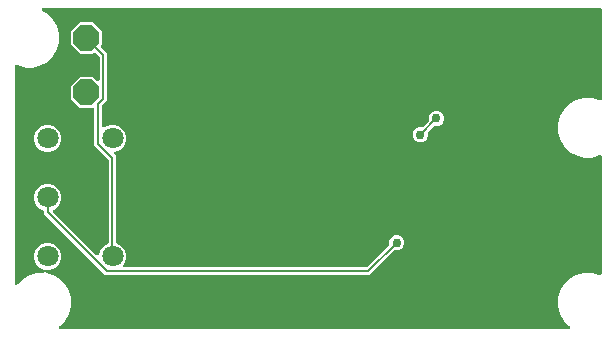
<source format=gbr>
G04 EAGLE Gerber RS-274X export*
G75*
%MOMM*%
%FSLAX34Y34*%
%LPD*%
%AMOC8*
5,1,8,0,0,1.08239X$1,22.5*%
G01*
%ADD10C,1.800000*%
%ADD11P,2.336880X8X22.500000*%
%ADD12C,0.152400*%
%ADD13C,0.756400*%

G36*
X479426Y518179D02*
X479426Y518179D01*
X479570Y518194D01*
X479583Y518199D01*
X479596Y518201D01*
X479732Y518254D01*
X479869Y518305D01*
X479880Y518313D01*
X479892Y518318D01*
X480010Y518403D01*
X480130Y518486D01*
X480139Y518497D01*
X480149Y518504D01*
X480242Y518617D01*
X480338Y518727D01*
X480344Y518739D01*
X480352Y518749D01*
X480414Y518881D01*
X480479Y519012D01*
X480482Y519025D01*
X480488Y519037D01*
X480515Y519180D01*
X480546Y519323D01*
X480545Y519336D01*
X480548Y519349D01*
X480538Y519495D01*
X480532Y519641D01*
X480529Y519654D01*
X480528Y519667D01*
X480483Y519805D01*
X480441Y519945D01*
X480434Y519957D01*
X480430Y519969D01*
X480352Y520093D01*
X480276Y520217D01*
X480267Y520227D01*
X480260Y520238D01*
X480153Y520338D01*
X480049Y520440D01*
X480034Y520450D01*
X480028Y520456D01*
X480013Y520464D01*
X479915Y520529D01*
X479851Y520566D01*
X475166Y525251D01*
X471854Y530988D01*
X470139Y537388D01*
X470139Y544012D01*
X471854Y550412D01*
X475166Y556149D01*
X479851Y560834D01*
X485588Y564146D01*
X491988Y565861D01*
X498612Y565861D01*
X505012Y564146D01*
X505335Y563959D01*
X505457Y563908D01*
X505577Y563851D01*
X505604Y563846D01*
X505628Y563836D01*
X505760Y563817D01*
X505890Y563792D01*
X505916Y563793D01*
X505943Y563789D01*
X506075Y563803D01*
X506207Y563811D01*
X506233Y563820D01*
X506259Y563823D01*
X506384Y563869D01*
X506509Y563909D01*
X506532Y563924D01*
X506558Y563933D01*
X506666Y564009D01*
X506778Y564080D01*
X506797Y564099D01*
X506819Y564115D01*
X506905Y564215D01*
X506996Y564311D01*
X507009Y564335D01*
X507027Y564355D01*
X507086Y564474D01*
X507150Y564590D01*
X507156Y564616D01*
X507168Y564640D01*
X507196Y564769D01*
X507229Y564898D01*
X507231Y564936D01*
X507235Y564951D01*
X507234Y564973D01*
X507239Y565058D01*
X507239Y664142D01*
X507223Y664273D01*
X507222Y664283D01*
X507217Y664361D01*
X507215Y664368D01*
X507212Y664405D01*
X507203Y664430D01*
X507199Y664457D01*
X507151Y664580D01*
X507107Y664705D01*
X507092Y664728D01*
X507082Y664753D01*
X507005Y664860D01*
X506931Y664970D01*
X506911Y664988D01*
X506896Y665010D01*
X506793Y665095D01*
X506695Y665183D01*
X506671Y665196D01*
X506651Y665213D01*
X506531Y665269D01*
X506414Y665331D01*
X506387Y665337D01*
X506363Y665349D01*
X506233Y665373D01*
X506104Y665404D01*
X506077Y665403D01*
X506051Y665408D01*
X505919Y665400D01*
X505786Y665397D01*
X505760Y665390D01*
X505733Y665389D01*
X505627Y665354D01*
X505625Y665354D01*
X505619Y665352D01*
X505607Y665348D01*
X505480Y665312D01*
X505445Y665295D01*
X505431Y665291D01*
X505412Y665279D01*
X505335Y665241D01*
X505012Y665054D01*
X498612Y663339D01*
X491988Y663339D01*
X485588Y665054D01*
X479851Y668366D01*
X475166Y673051D01*
X471854Y678788D01*
X470139Y685188D01*
X470139Y691812D01*
X471854Y698212D01*
X475166Y703949D01*
X479851Y708634D01*
X485588Y711946D01*
X491988Y713661D01*
X498612Y713661D01*
X505012Y711946D01*
X505335Y711759D01*
X505457Y711708D01*
X505577Y711651D01*
X505604Y711646D01*
X505628Y711636D01*
X505760Y711617D01*
X505890Y711592D01*
X505916Y711593D01*
X505943Y711589D01*
X506075Y711603D01*
X506207Y711611D01*
X506233Y711620D01*
X506259Y711623D01*
X506384Y711669D01*
X506509Y711709D01*
X506532Y711724D01*
X506558Y711733D01*
X506666Y711809D01*
X506778Y711880D01*
X506797Y711899D01*
X506819Y711915D01*
X506905Y712015D01*
X506996Y712111D01*
X507009Y712135D01*
X507027Y712155D01*
X507086Y712274D01*
X507150Y712390D01*
X507156Y712416D01*
X507168Y712440D01*
X507196Y712569D01*
X507229Y712698D01*
X507231Y712736D01*
X507235Y712751D01*
X507234Y712773D01*
X507239Y712858D01*
X507239Y788570D01*
X507224Y788688D01*
X507217Y788807D01*
X507204Y788845D01*
X507199Y788886D01*
X507156Y788996D01*
X507119Y789109D01*
X507097Y789144D01*
X507082Y789181D01*
X507013Y789277D01*
X506949Y789378D01*
X506919Y789406D01*
X506896Y789439D01*
X506804Y789515D01*
X506717Y789596D01*
X506682Y789616D01*
X506651Y789641D01*
X506543Y789692D01*
X506439Y789750D01*
X506399Y789760D01*
X506363Y789777D01*
X506246Y789799D01*
X506131Y789829D01*
X506071Y789833D01*
X506051Y789837D01*
X506030Y789835D01*
X505970Y789839D01*
X34216Y789839D01*
X34072Y789821D01*
X33926Y789806D01*
X33914Y789801D01*
X33900Y789799D01*
X33765Y789746D01*
X33628Y789695D01*
X33617Y789687D01*
X33605Y789682D01*
X33487Y789597D01*
X33367Y789514D01*
X33358Y789503D01*
X33347Y789496D01*
X33255Y789384D01*
X33159Y789273D01*
X33153Y789261D01*
X33144Y789251D01*
X33083Y789119D01*
X33018Y788988D01*
X33015Y788975D01*
X33009Y788963D01*
X32982Y788821D01*
X32951Y788677D01*
X32952Y788664D01*
X32949Y788651D01*
X32958Y788506D01*
X32964Y788360D01*
X32968Y788346D01*
X32969Y788333D01*
X33014Y788195D01*
X33056Y788055D01*
X33063Y788043D01*
X33067Y788031D01*
X33145Y787908D01*
X33220Y787783D01*
X33230Y787773D01*
X33237Y787762D01*
X33343Y787662D01*
X33447Y787560D01*
X33463Y787550D01*
X33469Y787544D01*
X33484Y787536D01*
X33581Y787471D01*
X38149Y784834D01*
X42834Y780149D01*
X46146Y774412D01*
X47861Y768012D01*
X47861Y761388D01*
X46146Y754988D01*
X42834Y749251D01*
X38149Y744566D01*
X32412Y741254D01*
X26012Y739539D01*
X19388Y739539D01*
X12988Y741254D01*
X12065Y741787D01*
X11943Y741839D01*
X11823Y741895D01*
X11796Y741900D01*
X11771Y741910D01*
X11640Y741930D01*
X11510Y741955D01*
X11484Y741953D01*
X11457Y741957D01*
X11325Y741943D01*
X11193Y741935D01*
X11167Y741927D01*
X11141Y741924D01*
X11017Y741878D01*
X10891Y741837D01*
X10868Y741822D01*
X10842Y741813D01*
X10734Y741738D01*
X10622Y741667D01*
X10603Y741647D01*
X10581Y741632D01*
X10495Y741532D01*
X10404Y741435D01*
X10391Y741412D01*
X10373Y741391D01*
X10314Y741273D01*
X10250Y741157D01*
X10244Y741131D01*
X10232Y741106D01*
X10204Y740977D01*
X10171Y740849D01*
X10169Y740811D01*
X10165Y740795D01*
X10166Y740773D01*
X10161Y740688D01*
X10161Y556719D01*
X10179Y556574D01*
X10194Y556430D01*
X10199Y556417D01*
X10201Y556404D01*
X10254Y556268D01*
X10305Y556131D01*
X10313Y556120D01*
X10318Y556108D01*
X10403Y555990D01*
X10486Y555870D01*
X10497Y555861D01*
X10504Y555851D01*
X10617Y555758D01*
X10727Y555662D01*
X10739Y555656D01*
X10749Y555648D01*
X10881Y555586D01*
X11012Y555521D01*
X11025Y555518D01*
X11037Y555512D01*
X11180Y555485D01*
X11323Y555454D01*
X11336Y555455D01*
X11349Y555452D01*
X11495Y555462D01*
X11641Y555468D01*
X11654Y555471D01*
X11667Y555472D01*
X11805Y555517D01*
X11945Y555559D01*
X11957Y555566D01*
X11969Y555570D01*
X12093Y555648D01*
X12217Y555724D01*
X12227Y555733D01*
X12238Y555740D01*
X12338Y555847D01*
X12440Y555951D01*
X12450Y555966D01*
X12456Y555972D01*
X12464Y555987D01*
X12529Y556085D01*
X12566Y556149D01*
X17251Y560834D01*
X22988Y564146D01*
X29388Y565861D01*
X34731Y565861D01*
X34800Y565869D01*
X34870Y565868D01*
X34958Y565889D01*
X35047Y565901D01*
X35112Y565926D01*
X35180Y565943D01*
X35259Y565985D01*
X35342Y566018D01*
X35399Y566059D01*
X35461Y566091D01*
X35527Y566152D01*
X35600Y566204D01*
X35644Y566258D01*
X35696Y566305D01*
X35745Y566380D01*
X35803Y566449D01*
X35832Y566513D01*
X35871Y566571D01*
X35900Y566656D01*
X35938Y566737D01*
X35951Y566806D01*
X35974Y566872D01*
X35981Y566961D01*
X35998Y567049D01*
X35994Y567119D01*
X35999Y567189D01*
X35984Y567277D01*
X35978Y567367D01*
X35957Y567433D01*
X35945Y567502D01*
X35908Y567584D01*
X35880Y567669D01*
X35843Y567728D01*
X35814Y567792D01*
X35758Y567862D01*
X35710Y567938D01*
X35659Y567986D01*
X35616Y568040D01*
X35544Y568095D01*
X35478Y568156D01*
X35417Y568190D01*
X35361Y568232D01*
X35217Y568303D01*
X31563Y569816D01*
X28316Y573063D01*
X26559Y577304D01*
X26559Y581896D01*
X28316Y586137D01*
X31563Y589384D01*
X35804Y591141D01*
X40396Y591141D01*
X44637Y589384D01*
X47884Y586137D01*
X49641Y581896D01*
X49641Y577304D01*
X47884Y573063D01*
X44637Y569816D01*
X40396Y568059D01*
X37448Y568059D01*
X37298Y568040D01*
X37146Y568023D01*
X37139Y568020D01*
X37133Y568019D01*
X36992Y567964D01*
X36849Y567909D01*
X36843Y567905D01*
X36837Y567902D01*
X36715Y567813D01*
X36589Y567725D01*
X36585Y567719D01*
X36580Y567716D01*
X36483Y567599D01*
X36384Y567482D01*
X36381Y567476D01*
X36377Y567471D01*
X36312Y567333D01*
X36246Y567196D01*
X36244Y567189D01*
X36241Y567183D01*
X36213Y567034D01*
X36182Y566884D01*
X36183Y566877D01*
X36182Y566871D01*
X36191Y566719D01*
X36199Y566566D01*
X36201Y566560D01*
X36201Y566553D01*
X36248Y566409D01*
X36294Y566263D01*
X36297Y566257D01*
X36299Y566251D01*
X36381Y566122D01*
X36461Y565992D01*
X36466Y565988D01*
X36469Y565982D01*
X36581Y565877D01*
X36690Y565772D01*
X36696Y565769D01*
X36701Y565764D01*
X36834Y565691D01*
X36967Y565615D01*
X36976Y565613D01*
X36980Y565610D01*
X36990Y565608D01*
X37120Y565564D01*
X42412Y564146D01*
X48149Y560834D01*
X52834Y556149D01*
X56146Y550412D01*
X57861Y544012D01*
X57861Y537388D01*
X56146Y530988D01*
X52834Y525251D01*
X48149Y520566D01*
X48085Y520529D01*
X47968Y520441D01*
X47851Y520356D01*
X47842Y520345D01*
X47831Y520337D01*
X47741Y520223D01*
X47648Y520111D01*
X47642Y520098D01*
X47634Y520088D01*
X47574Y519954D01*
X47512Y519823D01*
X47510Y519810D01*
X47504Y519797D01*
X47480Y519653D01*
X47452Y519510D01*
X47453Y519497D01*
X47451Y519484D01*
X47463Y519339D01*
X47472Y519193D01*
X47476Y519180D01*
X47477Y519167D01*
X47525Y519029D01*
X47570Y518891D01*
X47577Y518879D01*
X47582Y518867D01*
X47662Y518745D01*
X47740Y518622D01*
X47750Y518613D01*
X47758Y518601D01*
X47866Y518504D01*
X47972Y518404D01*
X47984Y518397D01*
X47994Y518388D01*
X48123Y518321D01*
X48251Y518250D01*
X48263Y518247D01*
X48275Y518241D01*
X48417Y518207D01*
X48558Y518171D01*
X48577Y518170D01*
X48585Y518168D01*
X48602Y518168D01*
X48719Y518161D01*
X479281Y518161D01*
X479426Y518179D01*
G37*
%LPC*%
G36*
X87024Y563625D02*
X87024Y563625D01*
X34797Y615852D01*
X34797Y617628D01*
X34794Y617658D01*
X34796Y617687D01*
X34774Y617815D01*
X34757Y617944D01*
X34747Y617971D01*
X34742Y618000D01*
X34688Y618119D01*
X34640Y618240D01*
X34623Y618263D01*
X34611Y618290D01*
X34530Y618392D01*
X34454Y618497D01*
X34431Y618516D01*
X34412Y618539D01*
X34309Y618617D01*
X34209Y618700D01*
X34182Y618712D01*
X34158Y618730D01*
X34014Y618801D01*
X31563Y619816D01*
X28316Y623063D01*
X26559Y627304D01*
X26559Y631896D01*
X28316Y636137D01*
X31563Y639384D01*
X35804Y641141D01*
X40396Y641141D01*
X44637Y639384D01*
X47884Y636137D01*
X49641Y631896D01*
X49641Y627304D01*
X47884Y623063D01*
X44637Y619816D01*
X43237Y619236D01*
X43194Y619211D01*
X43147Y619195D01*
X43056Y619133D01*
X42960Y619079D01*
X42925Y619044D01*
X42884Y619016D01*
X42811Y618934D01*
X42732Y618857D01*
X42706Y618815D01*
X42673Y618778D01*
X42623Y618680D01*
X42566Y618586D01*
X42551Y618539D01*
X42528Y618494D01*
X42504Y618387D01*
X42472Y618282D01*
X42470Y618233D01*
X42459Y618184D01*
X42462Y618074D01*
X42457Y617965D01*
X42467Y617916D01*
X42468Y617866D01*
X42499Y617761D01*
X42521Y617653D01*
X42543Y617608D01*
X42557Y617561D01*
X42613Y617466D01*
X42661Y617367D01*
X42693Y617330D01*
X42718Y617287D01*
X42825Y617166D01*
X79393Y580598D01*
X79502Y580513D01*
X79609Y580424D01*
X79628Y580416D01*
X79644Y580403D01*
X79772Y580348D01*
X79897Y580289D01*
X79917Y580285D01*
X79936Y580277D01*
X80074Y580255D01*
X80210Y580229D01*
X80230Y580230D01*
X80250Y580227D01*
X80389Y580240D01*
X80527Y580249D01*
X80546Y580255D01*
X80566Y580257D01*
X80698Y580304D01*
X80829Y580347D01*
X80847Y580358D01*
X80866Y580365D01*
X80981Y580443D01*
X81098Y580517D01*
X81112Y580532D01*
X81129Y580543D01*
X81221Y580647D01*
X81316Y580749D01*
X81326Y580766D01*
X81339Y580782D01*
X81402Y580905D01*
X81470Y581027D01*
X81475Y581047D01*
X81484Y581065D01*
X81514Y581201D01*
X81549Y581335D01*
X81551Y581363D01*
X81554Y581375D01*
X81553Y581396D01*
X81559Y581496D01*
X81559Y581896D01*
X83316Y586137D01*
X86563Y589384D01*
X88878Y590343D01*
X88903Y590357D01*
X88931Y590366D01*
X89041Y590436D01*
X89154Y590500D01*
X89175Y590521D01*
X89200Y590537D01*
X89289Y590631D01*
X89382Y590721D01*
X89398Y590747D01*
X89418Y590768D01*
X89481Y590882D01*
X89549Y590993D01*
X89557Y591021D01*
X89572Y591047D01*
X89604Y591172D01*
X89642Y591297D01*
X89644Y591326D01*
X89651Y591355D01*
X89661Y591515D01*
X89661Y661046D01*
X89649Y661144D01*
X89646Y661243D01*
X89629Y661302D01*
X89621Y661362D01*
X89585Y661454D01*
X89557Y661549D01*
X89527Y661601D01*
X89504Y661657D01*
X89446Y661737D01*
X89396Y661823D01*
X89330Y661898D01*
X89318Y661915D01*
X89308Y661923D01*
X89290Y661944D01*
X77469Y673764D01*
X77469Y703895D01*
X77454Y704013D01*
X77447Y704132D01*
X77434Y704170D01*
X77429Y704211D01*
X77386Y704321D01*
X77349Y704434D01*
X77327Y704469D01*
X77312Y704506D01*
X77243Y704602D01*
X77179Y704703D01*
X77149Y704731D01*
X77126Y704764D01*
X77034Y704840D01*
X76947Y704921D01*
X76912Y704941D01*
X76881Y704966D01*
X76773Y705017D01*
X76669Y705075D01*
X76629Y705085D01*
X76593Y705102D01*
X76476Y705124D01*
X76361Y705154D01*
X76301Y705158D01*
X76281Y705162D01*
X76260Y705160D01*
X76200Y705164D01*
X65276Y705164D01*
X57464Y712976D01*
X57464Y724024D01*
X65276Y731836D01*
X76324Y731836D01*
X79875Y728285D01*
X79984Y728200D01*
X80091Y728111D01*
X80110Y728103D01*
X80126Y728090D01*
X80254Y728035D01*
X80379Y727976D01*
X80399Y727972D01*
X80418Y727964D01*
X80556Y727942D01*
X80692Y727916D01*
X80712Y727917D01*
X80732Y727914D01*
X80871Y727927D01*
X81009Y727936D01*
X81028Y727942D01*
X81048Y727944D01*
X81180Y727991D01*
X81311Y728034D01*
X81329Y728044D01*
X81348Y728051D01*
X81463Y728129D01*
X81580Y728204D01*
X81594Y728219D01*
X81611Y728230D01*
X81703Y728334D01*
X81798Y728435D01*
X81808Y728453D01*
X81821Y728468D01*
X81885Y728592D01*
X81952Y728714D01*
X81957Y728733D01*
X81966Y728752D01*
X81996Y728887D01*
X82031Y729022D01*
X82033Y729050D01*
X82036Y729062D01*
X82035Y729082D01*
X82041Y729183D01*
X82041Y747914D01*
X82029Y748012D01*
X82026Y748111D01*
X82009Y748170D01*
X82001Y748230D01*
X81965Y748322D01*
X81937Y748417D01*
X81907Y748469D01*
X81884Y748525D01*
X81826Y748605D01*
X81776Y748691D01*
X81710Y748766D01*
X81698Y748783D01*
X81688Y748791D01*
X81670Y748812D01*
X78618Y751863D01*
X78524Y751936D01*
X78435Y752015D01*
X78399Y752033D01*
X78367Y752058D01*
X78257Y752106D01*
X78151Y752160D01*
X78112Y752169D01*
X78075Y752185D01*
X77957Y752203D01*
X77841Y752229D01*
X77801Y752228D01*
X77761Y752234D01*
X77642Y752223D01*
X77523Y752220D01*
X77484Y752208D01*
X77444Y752205D01*
X77332Y752164D01*
X77218Y752131D01*
X77183Y752111D01*
X77145Y752097D01*
X77046Y752030D01*
X76944Y751970D01*
X76899Y751930D01*
X76882Y751918D01*
X76868Y751903D01*
X76823Y751863D01*
X76324Y751364D01*
X65276Y751364D01*
X57464Y759176D01*
X57464Y770224D01*
X65276Y778036D01*
X76324Y778036D01*
X84136Y770224D01*
X84136Y759176D01*
X83289Y758329D01*
X83216Y758235D01*
X83137Y758146D01*
X83118Y758110D01*
X83094Y758078D01*
X83046Y757968D01*
X82992Y757863D01*
X82983Y757823D01*
X82967Y757786D01*
X82949Y757668D01*
X82923Y757552D01*
X82924Y757512D01*
X82918Y757472D01*
X82929Y757353D01*
X82932Y757234D01*
X82944Y757196D01*
X82947Y757155D01*
X82988Y757043D01*
X83021Y756929D01*
X83041Y756894D01*
X83055Y756856D01*
X83122Y756757D01*
X83182Y756655D01*
X83222Y756610D01*
X83234Y756593D01*
X83249Y756579D01*
X83289Y756534D01*
X88647Y751176D01*
X88647Y711864D01*
X84446Y707664D01*
X84386Y707585D01*
X84318Y707513D01*
X84289Y707460D01*
X84252Y707412D01*
X84212Y707321D01*
X84164Y707235D01*
X84149Y707176D01*
X84125Y707121D01*
X84110Y707023D01*
X84085Y706927D01*
X84079Y706827D01*
X84075Y706806D01*
X84077Y706794D01*
X84075Y706766D01*
X84075Y689960D01*
X84092Y689822D01*
X84105Y689684D01*
X84112Y689665D01*
X84115Y689644D01*
X84166Y689515D01*
X84213Y689384D01*
X84224Y689368D01*
X84232Y689349D01*
X84313Y689236D01*
X84391Y689121D01*
X84407Y689108D01*
X84418Y689091D01*
X84526Y689002D01*
X84630Y688911D01*
X84648Y688902D01*
X84663Y688889D01*
X84789Y688829D01*
X84913Y688766D01*
X84933Y688762D01*
X84951Y688753D01*
X85087Y688727D01*
X85223Y688697D01*
X85244Y688697D01*
X85263Y688693D01*
X85402Y688702D01*
X85541Y688706D01*
X85561Y688712D01*
X85581Y688713D01*
X85713Y688756D01*
X85847Y688795D01*
X85864Y688805D01*
X85883Y688811D01*
X86001Y688885D01*
X86121Y688956D01*
X86142Y688975D01*
X86152Y688981D01*
X86166Y688996D01*
X86242Y689063D01*
X86563Y689384D01*
X90804Y691141D01*
X95396Y691141D01*
X99637Y689384D01*
X102884Y686137D01*
X104641Y681896D01*
X104641Y677304D01*
X102884Y673063D01*
X99637Y669816D01*
X95328Y668031D01*
X95303Y668029D01*
X95284Y668022D01*
X95264Y668019D01*
X95135Y667968D01*
X95004Y667921D01*
X94987Y667910D01*
X94969Y667902D01*
X94856Y667821D01*
X94741Y667743D01*
X94728Y667727D01*
X94711Y667716D01*
X94622Y667608D01*
X94530Y667504D01*
X94521Y667486D01*
X94508Y667471D01*
X94449Y667345D01*
X94386Y667221D01*
X94381Y667201D01*
X94373Y667183D01*
X94347Y667046D01*
X94316Y666911D01*
X94317Y666890D01*
X94313Y666871D01*
X94322Y666732D01*
X94326Y666593D01*
X94332Y666573D01*
X94333Y666553D01*
X94376Y666421D01*
X94414Y666287D01*
X94425Y666270D01*
X94431Y666251D01*
X94505Y666133D01*
X94576Y666013D01*
X94594Y665992D01*
X94601Y665982D01*
X94616Y665968D01*
X94682Y665893D01*
X96267Y664308D01*
X96267Y591628D01*
X96270Y591599D01*
X96268Y591569D01*
X96290Y591441D01*
X96307Y591312D01*
X96317Y591285D01*
X96322Y591256D01*
X96376Y591137D01*
X96424Y591017D01*
X96441Y590993D01*
X96453Y590966D01*
X96534Y590865D01*
X96610Y590759D01*
X96633Y590741D01*
X96652Y590718D01*
X96755Y590639D01*
X96855Y590557D01*
X96882Y590544D01*
X96906Y590526D01*
X97050Y590455D01*
X99637Y589384D01*
X102884Y586137D01*
X104641Y581896D01*
X104641Y577304D01*
X102884Y573063D01*
X102219Y572397D01*
X102134Y572288D01*
X102045Y572181D01*
X102036Y572162D01*
X102024Y572146D01*
X101968Y572018D01*
X101909Y571893D01*
X101905Y571873D01*
X101897Y571854D01*
X101875Y571716D01*
X101849Y571580D01*
X101851Y571560D01*
X101847Y571540D01*
X101860Y571401D01*
X101869Y571263D01*
X101875Y571244D01*
X101877Y571224D01*
X101924Y571093D01*
X101967Y570961D01*
X101978Y570943D01*
X101985Y570924D01*
X102063Y570810D01*
X102137Y570692D01*
X102152Y570678D01*
X102163Y570661D01*
X102267Y570569D01*
X102369Y570474D01*
X102387Y570464D01*
X102402Y570451D01*
X102526Y570388D01*
X102647Y570320D01*
X102667Y570315D01*
X102685Y570306D01*
X102821Y570276D01*
X102955Y570241D01*
X102983Y570239D01*
X102995Y570236D01*
X103016Y570237D01*
X103116Y570231D01*
X307478Y570231D01*
X307576Y570243D01*
X307675Y570246D01*
X307734Y570263D01*
X307794Y570271D01*
X307886Y570307D01*
X307981Y570335D01*
X308033Y570365D01*
X308089Y570388D01*
X308169Y570446D01*
X308255Y570496D01*
X308330Y570562D01*
X308347Y570574D01*
X308355Y570584D01*
X308376Y570602D01*
X327062Y589288D01*
X327122Y589367D01*
X327190Y589439D01*
X327219Y589492D01*
X327256Y589540D01*
X327296Y589631D01*
X327344Y589717D01*
X327359Y589776D01*
X327383Y589831D01*
X327398Y589929D01*
X327423Y590025D01*
X327429Y590125D01*
X327433Y590146D01*
X327431Y590158D01*
X327433Y590186D01*
X327433Y592570D01*
X328396Y594894D01*
X330174Y596672D01*
X332498Y597635D01*
X335014Y597635D01*
X337338Y596672D01*
X339116Y594894D01*
X340079Y592570D01*
X340079Y590054D01*
X339116Y587730D01*
X337338Y585952D01*
X335014Y584989D01*
X332630Y584989D01*
X332532Y584977D01*
X332433Y584974D01*
X332374Y584957D01*
X332314Y584949D01*
X332222Y584913D01*
X332127Y584885D01*
X332075Y584855D01*
X332019Y584832D01*
X331939Y584774D01*
X331853Y584724D01*
X331778Y584658D01*
X331761Y584646D01*
X331753Y584636D01*
X331732Y584618D01*
X310740Y563625D01*
X87024Y563625D01*
G37*
%LPD*%
%LPC*%
G36*
X35804Y668059D02*
X35804Y668059D01*
X31563Y669816D01*
X28316Y673063D01*
X26559Y677304D01*
X26559Y681896D01*
X28316Y686137D01*
X31563Y689384D01*
X35804Y691141D01*
X40396Y691141D01*
X44637Y689384D01*
X47884Y686137D01*
X49641Y681896D01*
X49641Y677304D01*
X47884Y673063D01*
X44637Y669816D01*
X40396Y668059D01*
X35804Y668059D01*
G37*
%LPD*%
%LPC*%
G36*
X352310Y676429D02*
X352310Y676429D01*
X349986Y677392D01*
X348208Y679170D01*
X347245Y681494D01*
X347245Y684010D01*
X348208Y686334D01*
X349986Y688112D01*
X352310Y689075D01*
X354694Y689075D01*
X354792Y689087D01*
X354891Y689090D01*
X354950Y689107D01*
X355010Y689115D01*
X355102Y689151D01*
X355197Y689179D01*
X355249Y689209D01*
X355305Y689232D01*
X355385Y689290D01*
X355471Y689340D01*
X355546Y689406D01*
X355563Y689418D01*
X355571Y689428D01*
X355592Y689446D01*
X360590Y694444D01*
X360650Y694523D01*
X360718Y694595D01*
X360747Y694648D01*
X360784Y694696D01*
X360824Y694787D01*
X360872Y694873D01*
X360887Y694932D01*
X360911Y694987D01*
X360926Y695085D01*
X360951Y695181D01*
X360957Y695281D01*
X360961Y695302D01*
X360959Y695314D01*
X360961Y695342D01*
X360961Y697726D01*
X361924Y700050D01*
X363702Y701828D01*
X366026Y702791D01*
X368542Y702791D01*
X370866Y701828D01*
X372644Y700050D01*
X373607Y697726D01*
X373607Y695210D01*
X372644Y692886D01*
X370866Y691108D01*
X368542Y690145D01*
X366158Y690145D01*
X366060Y690133D01*
X365961Y690130D01*
X365902Y690113D01*
X365842Y690105D01*
X365750Y690069D01*
X365655Y690041D01*
X365603Y690011D01*
X365547Y689988D01*
X365467Y689930D01*
X365381Y689880D01*
X365306Y689814D01*
X365289Y689802D01*
X365281Y689792D01*
X365260Y689774D01*
X360262Y684776D01*
X360202Y684697D01*
X360134Y684625D01*
X360105Y684572D01*
X360068Y684524D01*
X360028Y684433D01*
X359980Y684347D01*
X359965Y684288D01*
X359941Y684233D01*
X359926Y684135D01*
X359901Y684039D01*
X359895Y683939D01*
X359891Y683918D01*
X359893Y683906D01*
X359891Y683878D01*
X359891Y681494D01*
X358928Y679170D01*
X357150Y677392D01*
X354826Y676429D01*
X352310Y676429D01*
G37*
%LPD*%
D10*
X38100Y629600D03*
X38100Y579600D03*
X38100Y679600D03*
X93100Y679600D03*
X93100Y579600D03*
D11*
X70800Y718500D03*
X70800Y764700D03*
D12*
X38100Y629412D02*
X38100Y617220D01*
X88392Y566928D01*
X309372Y566928D01*
X333756Y591312D01*
X38100Y629412D02*
X38100Y629600D01*
D13*
X333756Y591312D03*
D12*
X353568Y682752D02*
X367284Y696468D01*
D13*
X353568Y682752D03*
X367284Y696468D03*
D12*
X92964Y662940D02*
X92964Y580644D01*
X92964Y662940D02*
X80772Y675132D01*
X80772Y708660D01*
X85344Y713232D01*
X85344Y749808D01*
X71628Y763524D01*
X92964Y580644D02*
X93100Y579600D01*
X71628Y763524D02*
X70800Y764700D01*
D13*
X50000Y740000D03*
X120000Y710000D03*
X420000Y680000D03*
X360000Y630000D03*
X280000Y650000D03*
X190000Y660000D03*
X360000Y540000D03*
X480000Y600000D03*
M02*

</source>
